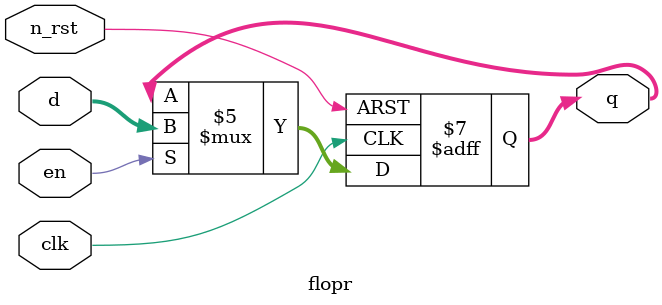
<source format=sv>
module flopr(
	clk,
	n_rst,
	d,
	q,
	en
);

    parameter RESET_PC = 32'h1000_0000;

	input clk, n_rst;
	input [31:0] d;
	input en;
	output reg [31:0] q;

	reg [31:0] d1;	

	always@(posedge clk or negedge n_rst) begin 
		if(!n_rst) begin
			q <= RESET_PC;
			d1 <= RESET_PC;
		end
		else begin
			if(en == 1'b0) begin
				//d1 <= d;
				q <= q;
			end
			else begin
				q <= d;
			end
		end		
	end

	

endmodule

</source>
